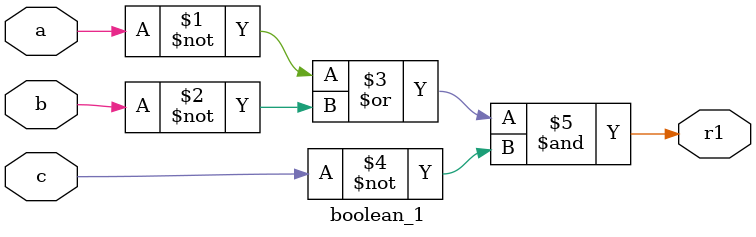
<source format=v>
`timescale 1ns / 1ps

module boolean_1(
    input a,b,c,
    output r1
    );
    assign r1=(~a|~b)&~c;  
endmodule

</source>
